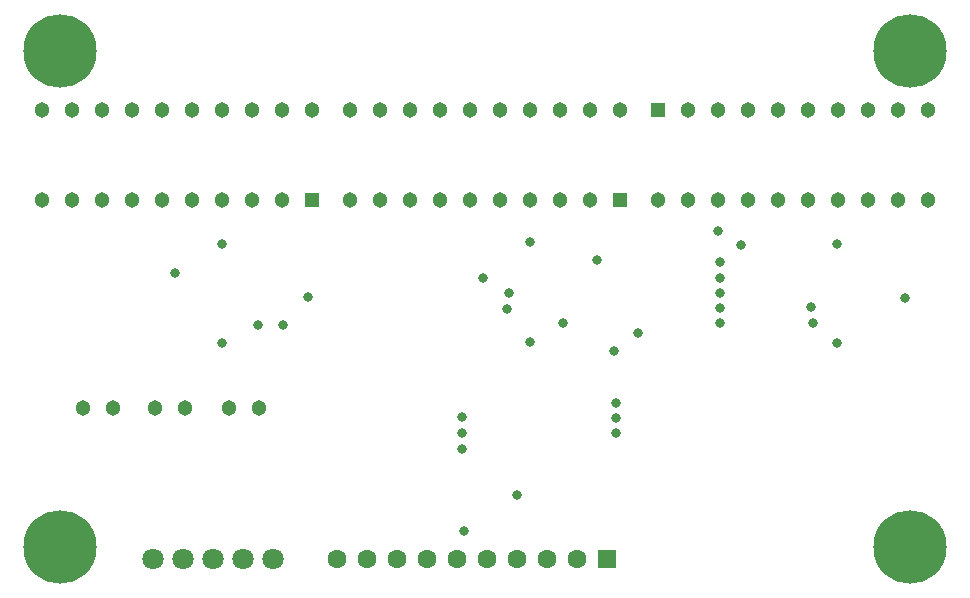
<source format=gbs>
G04*
G04 #@! TF.GenerationSoftware,Altium Limited,Altium Designer,18.1.11 (251)*
G04*
G04 Layer_Color=16711935*
%FSLAX25Y25*%
%MOIN*%
G70*
G01*
G75*
%ADD29R,0.05131X0.05131*%
%ADD30C,0.05131*%
%ADD31C,0.06304*%
%ADD32R,0.06304X0.06304*%
%ADD33C,0.07099*%
%ADD34C,0.24422*%
%ADD35C,0.03162*%
D29*
X215118Y161417D02*
D03*
X99843Y131417D02*
D03*
X202480D02*
D03*
D30*
X225118Y161417D02*
D03*
X235118D02*
D03*
X245118D02*
D03*
X255118D02*
D03*
X265118D02*
D03*
X275118D02*
D03*
X285118D02*
D03*
X295118D02*
D03*
X305118D02*
D03*
X215118Y131417D02*
D03*
X225118D02*
D03*
X235118D02*
D03*
X245118D02*
D03*
X255118D02*
D03*
X265118D02*
D03*
X275118D02*
D03*
X285118D02*
D03*
X295118D02*
D03*
X305118D02*
D03*
X9843Y161417D02*
D03*
X19842D02*
D03*
X29842D02*
D03*
X39843D02*
D03*
X49843D02*
D03*
X59842D02*
D03*
X69842D02*
D03*
X79843D02*
D03*
X89842D02*
D03*
X99843D02*
D03*
X9843Y131417D02*
D03*
X19842D02*
D03*
X29842D02*
D03*
X39843D02*
D03*
X49843D02*
D03*
X59842D02*
D03*
X69842D02*
D03*
X79843D02*
D03*
X89842D02*
D03*
X23622Y62205D02*
D03*
X33622D02*
D03*
X57638D02*
D03*
X47638D02*
D03*
X72047D02*
D03*
X82047D02*
D03*
X112480Y161417D02*
D03*
X122480D02*
D03*
X132480D02*
D03*
X142480D02*
D03*
X152480D02*
D03*
X162480D02*
D03*
X172480D02*
D03*
X182480D02*
D03*
X192480D02*
D03*
X202480D02*
D03*
X112480Y131417D02*
D03*
X122480D02*
D03*
X132480D02*
D03*
X142480D02*
D03*
X152480D02*
D03*
X162480D02*
D03*
X172480D02*
D03*
X182480D02*
D03*
X192480D02*
D03*
D31*
X108164Y11811D02*
D03*
X118164D02*
D03*
X128164D02*
D03*
X138164D02*
D03*
X148164D02*
D03*
X158164D02*
D03*
X168164D02*
D03*
X178164D02*
D03*
X188164D02*
D03*
D32*
X198164D02*
D03*
D33*
X86693D02*
D03*
X76693D02*
D03*
X46693D02*
D03*
X66693D02*
D03*
X56693D02*
D03*
D34*
X15748Y15748D02*
D03*
Y181102D02*
D03*
X299213D02*
D03*
Y15748D02*
D03*
D35*
X297638Y98819D02*
D03*
X200394Y81102D02*
D03*
X235039Y121260D02*
D03*
X242913Y116535D02*
D03*
X235827Y90492D02*
D03*
Y95492D02*
D03*
Y100492D02*
D03*
Y105492D02*
D03*
Y110630D02*
D03*
X81890Y89764D02*
D03*
X168110Y33071D02*
D03*
X150394Y21260D02*
D03*
X98573Y99065D02*
D03*
X69685Y116929D02*
D03*
Y83858D02*
D03*
X172441Y117323D02*
D03*
Y84252D02*
D03*
X274803Y116929D02*
D03*
Y83858D02*
D03*
X90158Y89764D02*
D03*
X156693Y105512D02*
D03*
X54055Y106968D02*
D03*
X165354Y100394D02*
D03*
X164961Y95276D02*
D03*
X183465Y90551D02*
D03*
X208661Y87008D02*
D03*
X266142Y95669D02*
D03*
X150000Y48425D02*
D03*
Y53740D02*
D03*
Y59055D02*
D03*
X201181Y53937D02*
D03*
Y58793D02*
D03*
Y63648D02*
D03*
X266870Y90492D02*
D03*
X194882Y111417D02*
D03*
M02*

</source>
